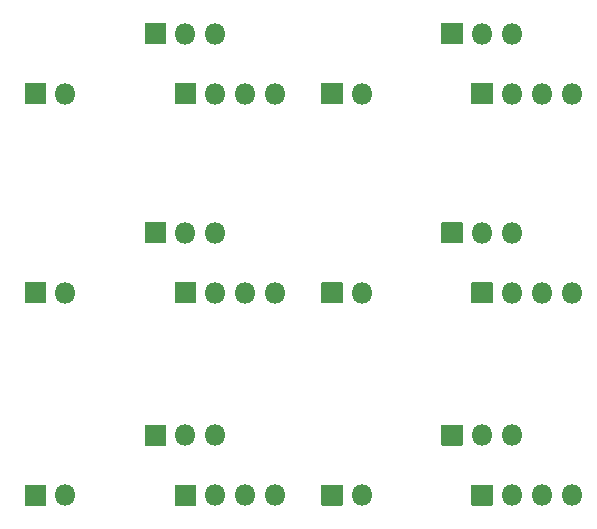
<source format=gbr>
%TF.GenerationSoftware,KiCad,Pcbnew,5.1.9-73d0e3b20d~88~ubuntu18.04.1*%
%TF.CreationDate,2021-01-03T17:48:49+01:00*%
%TF.ProjectId,ss_fp_87dc3_bridgeboard,73735f66-705f-4383-9764-63335f627269,r0.1*%
%TF.SameCoordinates,PX5f5e100PY2faf080*%
%TF.FileFunction,Soldermask,Top*%
%TF.FilePolarity,Negative*%
%FSLAX46Y46*%
G04 Gerber Fmt 4.6, Leading zero omitted, Abs format (unit mm)*
G04 Created by KiCad (PCBNEW 5.1.9-73d0e3b20d~88~ubuntu18.04.1) date 2021-01-03 17:48:49*
%MOMM*%
%LPD*%
G01*
G04 APERTURE LIST*
%ADD10O,1.800000X1.800000*%
G04 APERTURE END LIST*
%TO.C,J117*%
G36*
G01*
X13350000Y-37535000D02*
X11650000Y-37535000D01*
G75*
G02*
X11600000Y-37485000I0J50000D01*
G01*
X11600000Y-35785000D01*
G75*
G02*
X11650000Y-35735000I50000J0D01*
G01*
X13350000Y-35735000D01*
G75*
G02*
X13400000Y-35785000I0J-50000D01*
G01*
X13400000Y-37485000D01*
G75*
G02*
X13350000Y-37535000I-50000J0D01*
G01*
G37*
D10*
X15040000Y-36635000D03*
X17580000Y-36635000D03*
%TD*%
%TO.C,J115*%
G36*
G01*
X28290000Y-42615000D02*
X26590000Y-42615000D01*
G75*
G02*
X26540000Y-42565000I0J50000D01*
G01*
X26540000Y-40865000D01*
G75*
G02*
X26590000Y-40815000I50000J0D01*
G01*
X28290000Y-40815000D01*
G75*
G02*
X28340000Y-40865000I0J-50000D01*
G01*
X28340000Y-42565000D01*
G75*
G02*
X28290000Y-42615000I-50000J0D01*
G01*
G37*
X29980000Y-41715000D03*
%TD*%
%TO.C,J113*%
G36*
G01*
X3190000Y-42615000D02*
X1490000Y-42615000D01*
G75*
G02*
X1440000Y-42565000I0J50000D01*
G01*
X1440000Y-40865000D01*
G75*
G02*
X1490000Y-40815000I50000J0D01*
G01*
X3190000Y-40815000D01*
G75*
G02*
X3240000Y-40865000I0J-50000D01*
G01*
X3240000Y-42565000D01*
G75*
G02*
X3190000Y-42615000I-50000J0D01*
G01*
G37*
X4880000Y-41715000D03*
%TD*%
%TO.C,J118*%
G36*
G01*
X38450000Y-37535000D02*
X36750000Y-37535000D01*
G75*
G02*
X36700000Y-37485000I0J50000D01*
G01*
X36700000Y-35785000D01*
G75*
G02*
X36750000Y-35735000I50000J0D01*
G01*
X38450000Y-35735000D01*
G75*
G02*
X38500000Y-35785000I0J-50000D01*
G01*
X38500000Y-37485000D01*
G75*
G02*
X38450000Y-37535000I-50000J0D01*
G01*
G37*
X40140000Y-36635000D03*
X42680000Y-36635000D03*
%TD*%
%TO.C,J114*%
G36*
G01*
X15890000Y-42615000D02*
X14190000Y-42615000D01*
G75*
G02*
X14140000Y-42565000I0J50000D01*
G01*
X14140000Y-40865000D01*
G75*
G02*
X14190000Y-40815000I50000J0D01*
G01*
X15890000Y-40815000D01*
G75*
G02*
X15940000Y-40865000I0J-50000D01*
G01*
X15940000Y-42565000D01*
G75*
G02*
X15890000Y-42615000I-50000J0D01*
G01*
G37*
X17580000Y-41715000D03*
X20120000Y-41715000D03*
X22660000Y-41715000D03*
%TD*%
%TO.C,J116*%
G36*
G01*
X40990000Y-42615000D02*
X39290000Y-42615000D01*
G75*
G02*
X39240000Y-42565000I0J50000D01*
G01*
X39240000Y-40865000D01*
G75*
G02*
X39290000Y-40815000I50000J0D01*
G01*
X40990000Y-40815000D01*
G75*
G02*
X41040000Y-40865000I0J-50000D01*
G01*
X41040000Y-42565000D01*
G75*
G02*
X40990000Y-42615000I-50000J0D01*
G01*
G37*
X42680000Y-41715000D03*
X45220000Y-41715000D03*
X47760000Y-41715000D03*
%TD*%
%TO.C,J112*%
X42680000Y-19500000D03*
X40140000Y-19500000D03*
G36*
G01*
X38450000Y-20400000D02*
X36750000Y-20400000D01*
G75*
G02*
X36700000Y-20350000I0J50000D01*
G01*
X36700000Y-18650000D01*
G75*
G02*
X36750000Y-18600000I50000J0D01*
G01*
X38450000Y-18600000D01*
G75*
G02*
X38500000Y-18650000I0J-50000D01*
G01*
X38500000Y-20350000D01*
G75*
G02*
X38450000Y-20400000I-50000J0D01*
G01*
G37*
%TD*%
%TO.C,J111*%
X17580000Y-19500000D03*
X15040000Y-19500000D03*
G36*
G01*
X13350000Y-20400000D02*
X11650000Y-20400000D01*
G75*
G02*
X11600000Y-20350000I0J50000D01*
G01*
X11600000Y-18650000D01*
G75*
G02*
X11650000Y-18600000I50000J0D01*
G01*
X13350000Y-18600000D01*
G75*
G02*
X13400000Y-18650000I0J-50000D01*
G01*
X13400000Y-20350000D01*
G75*
G02*
X13350000Y-20400000I-50000J0D01*
G01*
G37*
%TD*%
%TO.C,J110*%
X47760000Y-24580000D03*
X45220000Y-24580000D03*
X42680000Y-24580000D03*
G36*
G01*
X40990000Y-25480000D02*
X39290000Y-25480000D01*
G75*
G02*
X39240000Y-25430000I0J50000D01*
G01*
X39240000Y-23730000D01*
G75*
G02*
X39290000Y-23680000I50000J0D01*
G01*
X40990000Y-23680000D01*
G75*
G02*
X41040000Y-23730000I0J-50000D01*
G01*
X41040000Y-25430000D01*
G75*
G02*
X40990000Y-25480000I-50000J0D01*
G01*
G37*
%TD*%
%TO.C,J109*%
X29980000Y-24580000D03*
G36*
G01*
X28290000Y-25480000D02*
X26590000Y-25480000D01*
G75*
G02*
X26540000Y-25430000I0J50000D01*
G01*
X26540000Y-23730000D01*
G75*
G02*
X26590000Y-23680000I50000J0D01*
G01*
X28290000Y-23680000D01*
G75*
G02*
X28340000Y-23730000I0J-50000D01*
G01*
X28340000Y-25430000D01*
G75*
G02*
X28290000Y-25480000I-50000J0D01*
G01*
G37*
%TD*%
%TO.C,J108*%
X22660000Y-24580000D03*
X20120000Y-24580000D03*
X17580000Y-24580000D03*
G36*
G01*
X15890000Y-25480000D02*
X14190000Y-25480000D01*
G75*
G02*
X14140000Y-25430000I0J50000D01*
G01*
X14140000Y-23730000D01*
G75*
G02*
X14190000Y-23680000I50000J0D01*
G01*
X15890000Y-23680000D01*
G75*
G02*
X15940000Y-23730000I0J-50000D01*
G01*
X15940000Y-25430000D01*
G75*
G02*
X15890000Y-25480000I-50000J0D01*
G01*
G37*
%TD*%
%TO.C,J107*%
X4880000Y-24580000D03*
G36*
G01*
X3190000Y-25480000D02*
X1490000Y-25480000D01*
G75*
G02*
X1440000Y-25430000I0J50000D01*
G01*
X1440000Y-23730000D01*
G75*
G02*
X1490000Y-23680000I50000J0D01*
G01*
X3190000Y-23680000D01*
G75*
G02*
X3240000Y-23730000I0J-50000D01*
G01*
X3240000Y-25430000D01*
G75*
G02*
X3190000Y-25480000I-50000J0D01*
G01*
G37*
%TD*%
%TO.C,J106*%
X42680000Y-2635000D03*
X40140000Y-2635000D03*
G36*
G01*
X38450000Y-3535000D02*
X36750000Y-3535000D01*
G75*
G02*
X36700000Y-3485000I0J50000D01*
G01*
X36700000Y-1785000D01*
G75*
G02*
X36750000Y-1735000I50000J0D01*
G01*
X38450000Y-1735000D01*
G75*
G02*
X38500000Y-1785000I0J-50000D01*
G01*
X38500000Y-3485000D01*
G75*
G02*
X38450000Y-3535000I-50000J0D01*
G01*
G37*
%TD*%
%TO.C,J105*%
X47760000Y-7715000D03*
X45220000Y-7715000D03*
X42680000Y-7715000D03*
G36*
G01*
X40990000Y-8615000D02*
X39290000Y-8615000D01*
G75*
G02*
X39240000Y-8565000I0J50000D01*
G01*
X39240000Y-6865000D01*
G75*
G02*
X39290000Y-6815000I50000J0D01*
G01*
X40990000Y-6815000D01*
G75*
G02*
X41040000Y-6865000I0J-50000D01*
G01*
X41040000Y-8565000D01*
G75*
G02*
X40990000Y-8615000I-50000J0D01*
G01*
G37*
%TD*%
%TO.C,J104*%
X29980000Y-7715000D03*
G36*
G01*
X28290000Y-8615000D02*
X26590000Y-8615000D01*
G75*
G02*
X26540000Y-8565000I0J50000D01*
G01*
X26540000Y-6865000D01*
G75*
G02*
X26590000Y-6815000I50000J0D01*
G01*
X28290000Y-6815000D01*
G75*
G02*
X28340000Y-6865000I0J-50000D01*
G01*
X28340000Y-8565000D01*
G75*
G02*
X28290000Y-8615000I-50000J0D01*
G01*
G37*
%TD*%
%TO.C,J103*%
X17580000Y-2635000D03*
X15040000Y-2635000D03*
G36*
G01*
X13350000Y-3535000D02*
X11650000Y-3535000D01*
G75*
G02*
X11600000Y-3485000I0J50000D01*
G01*
X11600000Y-1785000D01*
G75*
G02*
X11650000Y-1735000I50000J0D01*
G01*
X13350000Y-1735000D01*
G75*
G02*
X13400000Y-1785000I0J-50000D01*
G01*
X13400000Y-3485000D01*
G75*
G02*
X13350000Y-3535000I-50000J0D01*
G01*
G37*
%TD*%
%TO.C,J102*%
X22660000Y-7715000D03*
X20120000Y-7715000D03*
X17580000Y-7715000D03*
G36*
G01*
X15890000Y-8615000D02*
X14190000Y-8615000D01*
G75*
G02*
X14140000Y-8565000I0J50000D01*
G01*
X14140000Y-6865000D01*
G75*
G02*
X14190000Y-6815000I50000J0D01*
G01*
X15890000Y-6815000D01*
G75*
G02*
X15940000Y-6865000I0J-50000D01*
G01*
X15940000Y-8565000D01*
G75*
G02*
X15890000Y-8615000I-50000J0D01*
G01*
G37*
%TD*%
%TO.C,J101*%
X4880000Y-7715000D03*
G36*
G01*
X3190000Y-8615000D02*
X1490000Y-8615000D01*
G75*
G02*
X1440000Y-8565000I0J50000D01*
G01*
X1440000Y-6865000D01*
G75*
G02*
X1490000Y-6815000I50000J0D01*
G01*
X3190000Y-6815000D01*
G75*
G02*
X3240000Y-6865000I0J-50000D01*
G01*
X3240000Y-8565000D01*
G75*
G02*
X3190000Y-8615000I-50000J0D01*
G01*
G37*
%TD*%
M02*

</source>
